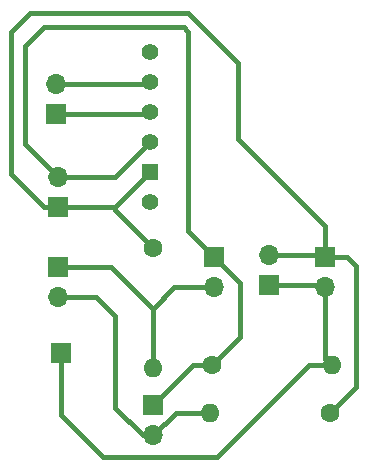
<source format=gbl>
G04 #@! TF.GenerationSoftware,KiCad,Pcbnew,7.0.1*
G04 #@! TF.CreationDate,2023-04-18T09:12:00+08:00*
G04 #@! TF.ProjectId,Front Control Panel,46726f6e-7420-4436-9f6e-74726f6c2050,rev?*
G04 #@! TF.SameCoordinates,Original*
G04 #@! TF.FileFunction,Copper,L2,Bot*
G04 #@! TF.FilePolarity,Positive*
%FSLAX46Y46*%
G04 Gerber Fmt 4.6, Leading zero omitted, Abs format (unit mm)*
G04 Created by KiCad (PCBNEW 7.0.1) date 2023-04-18 09:12:00*
%MOMM*%
%LPD*%
G01*
G04 APERTURE LIST*
G04 #@! TA.AperFunction,ComponentPad*
%ADD10R,1.700000X1.700000*%
G04 #@! TD*
G04 #@! TA.AperFunction,ComponentPad*
%ADD11O,1.700000X1.700000*%
G04 #@! TD*
G04 #@! TA.AperFunction,ComponentPad*
%ADD12C,1.600000*%
G04 #@! TD*
G04 #@! TA.AperFunction,ComponentPad*
%ADD13O,1.600000X1.600000*%
G04 #@! TD*
G04 #@! TA.AperFunction,ComponentPad*
%ADD14R,1.408000X1.408000*%
G04 #@! TD*
G04 #@! TA.AperFunction,ComponentPad*
%ADD15C,1.408000*%
G04 #@! TD*
G04 #@! TA.AperFunction,Conductor*
%ADD16C,0.400000*%
G04 #@! TD*
G04 APERTURE END LIST*
D10*
X99000000Y-74800000D03*
D11*
X99000000Y-72260000D03*
D10*
X81200000Y-73260000D03*
D11*
X81200000Y-75800000D03*
D10*
X81400000Y-80600000D03*
D12*
X94200000Y-81600000D03*
D13*
X104360000Y-81600000D03*
D10*
X81200000Y-68200000D03*
D11*
X81200000Y-65660000D03*
D10*
X81000000Y-60340000D03*
D11*
X81000000Y-57800000D03*
D14*
X89000000Y-65200000D03*
D15*
X89000000Y-62660000D03*
X89000000Y-60120000D03*
X89000000Y-57580000D03*
X89000000Y-55040000D03*
X89000000Y-67740000D03*
D10*
X89200000Y-85000000D03*
D11*
X89200000Y-87540000D03*
D12*
X104200000Y-85600000D03*
D13*
X94040000Y-85600000D03*
D12*
X89200000Y-71640000D03*
D13*
X89200000Y-81800000D03*
D10*
X94400000Y-72460000D03*
D11*
X94400000Y-75000000D03*
D10*
X103800000Y-72460000D03*
D11*
X103800000Y-75000000D03*
D16*
X99000000Y-72260000D02*
X103600000Y-72260000D01*
X106400000Y-73200000D02*
X105660000Y-72460000D01*
X103800000Y-69800000D02*
X96400000Y-62400000D01*
X78800000Y-51800000D02*
X77200000Y-53400000D01*
X77200000Y-53400000D02*
X77200000Y-65400000D01*
X86000000Y-68200000D02*
X89000000Y-65200000D01*
X80000000Y-68200000D02*
X81200000Y-68200000D01*
X96400000Y-62400000D02*
X96400000Y-56000000D01*
X96400000Y-56000000D02*
X92200000Y-51800000D01*
X89200000Y-71640000D02*
X86000000Y-68440000D01*
X103600000Y-72260000D02*
X103800000Y-72460000D01*
X86000000Y-68440000D02*
X86000000Y-68200000D01*
X81200000Y-68200000D02*
X86000000Y-68200000D01*
X106400000Y-83400000D02*
X106400000Y-73200000D01*
X92200000Y-51800000D02*
X78800000Y-51800000D01*
X77200000Y-65400000D02*
X80000000Y-68200000D01*
X103800000Y-72460000D02*
X103800000Y-69800000D01*
X105660000Y-72460000D02*
X103800000Y-72460000D01*
X104200000Y-85600000D02*
X106400000Y-83400000D01*
X94200000Y-81600000D02*
X92600000Y-81600000D01*
X94400000Y-72460000D02*
X92200000Y-70260000D01*
X78400000Y-62860000D02*
X81200000Y-65660000D01*
X92600000Y-81600000D02*
X89200000Y-85000000D01*
X92200000Y-53400000D02*
X91800000Y-53000000D01*
X92200000Y-70260000D02*
X92200000Y-53400000D01*
X80000000Y-53000000D02*
X78400000Y-54600000D01*
X91800000Y-53000000D02*
X80000000Y-53000000D01*
X81200000Y-65660000D02*
X86000000Y-65660000D01*
X96600000Y-74660000D02*
X94400000Y-72460000D01*
X78400000Y-54600000D02*
X78400000Y-62860000D01*
X86000000Y-65660000D02*
X89000000Y-62660000D01*
X96600000Y-79200000D02*
X96600000Y-74660000D01*
X94200000Y-81600000D02*
X96600000Y-79200000D01*
X88780000Y-60340000D02*
X89000000Y-60120000D01*
X81000000Y-60340000D02*
X88780000Y-60340000D01*
X88780000Y-57800000D02*
X89000000Y-57580000D01*
X81000000Y-57800000D02*
X88780000Y-57800000D01*
X94040000Y-85600000D02*
X91140000Y-85600000D01*
X81200000Y-75800000D02*
X84400000Y-75800000D01*
X88340000Y-87540000D02*
X89200000Y-87540000D01*
X84400000Y-75800000D02*
X86000000Y-77400000D01*
X86000000Y-85200000D02*
X88340000Y-87540000D01*
X86000000Y-77400000D02*
X86000000Y-85200000D01*
X91140000Y-85600000D02*
X89200000Y-87540000D01*
X89200000Y-76800000D02*
X85660000Y-73260000D01*
X89200000Y-81800000D02*
X89200000Y-76800000D01*
X94400000Y-75000000D02*
X91000000Y-75000000D01*
X91000000Y-75000000D02*
X89200000Y-76800000D01*
X85660000Y-73260000D02*
X81200000Y-73260000D01*
X94600000Y-89400000D02*
X85000000Y-89400000D01*
X81400000Y-85800000D02*
X81400000Y-80600000D01*
X103800000Y-75000000D02*
X103800000Y-81040000D01*
X99200000Y-75000000D02*
X99000000Y-74800000D01*
X103800000Y-81040000D02*
X104360000Y-81600000D01*
X104360000Y-81600000D02*
X104360000Y-81760000D01*
X85000000Y-89400000D02*
X81400000Y-85800000D01*
X102400000Y-81600000D02*
X94600000Y-89400000D01*
X104360000Y-81600000D02*
X102400000Y-81600000D01*
X103600000Y-74800000D02*
X103800000Y-75000000D01*
X99000000Y-74800000D02*
X103600000Y-74800000D01*
M02*

</source>
